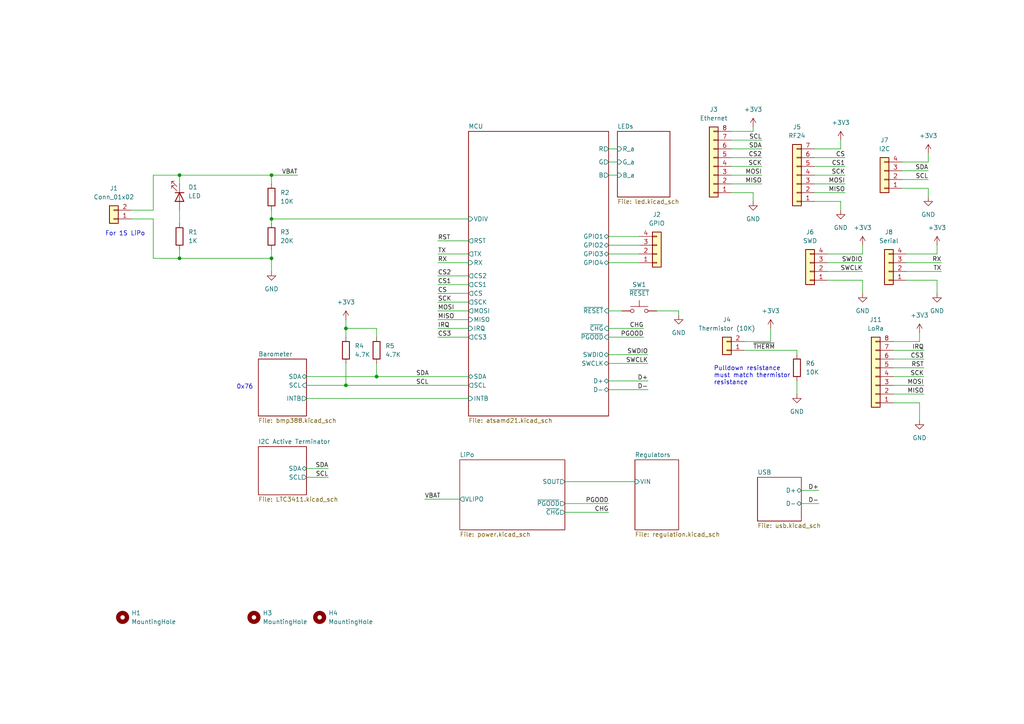
<source format=kicad_sch>
(kicad_sch (version 20211123) (generator eeschema)
  (paper "A4")
  (lib_symbols
    (symbol "Conn_01x02_1" (pin_names (offset 1.016) hide)
      (property "Reference" "J1" (at 0 -8.89 0))
      (property "Value" "Conn_01x02" (at 0 -6.35 0))
      (symbol "Conn_01x02_1_1_1"
        (rectangle (start -1.27 -2.413) (end 0 -2.667) (stroke (width 0.1524)))
        (rectangle (start -1.27 0.127) (end 0 -0.127) (stroke (width 0.1524)))
        (rectangle (start -1.27 1.27) (end 1.27 -3.81) (stroke (width 0.254)) (fill (type background)))
        (pin unspecified line (at -5.08 0 0) (length 3.81) (name "Pin_1") (number "1"))
        (pin unspecified line (at -5.08 -2.54 0) (length 3.81) (name "Pin_2") (number "2"))
      )
    )
    (symbol "Connector_Generic:Conn_01x02" (pin_names (offset 1.016) hide)
      (property "Reference" "J" (at 0 2.54 0))
      (property "Value" "Conn_01x02" (at 0 -5.08 0))
      (symbol "Conn_01x02_1_1"
        (rectangle (start -1.27 -2.413) (end 0 -2.667) (stroke (width 0.1524)))
        (rectangle (start -1.27 0.127) (end 0 -0.127) (stroke (width 0.1524)))
        (rectangle (start -1.27 1.27) (end 1.27 -3.81) (stroke (width 0.254)) (fill (type background)))
        (pin passive line (at -5.08 0 0) (length 3.81) (name "Pin_1") (number "1"))
        (pin passive line (at -5.08 -2.54 0) (length 3.81) (name "Pin_2") (number "2"))
      )
    )
    (symbol "Connector_Generic:Conn_01x04" (pin_names (offset 1.016) hide)
      (property "Reference" "J" (at 0 5.08 0))
      (property "Value" "Conn_01x04" (at 0 -7.62 0))
      (symbol "Conn_01x04_1_1"
        (rectangle (start -1.27 -4.953) (end 0 -5.207) (stroke (width 0.1524)))
        (rectangle (start -1.27 -2.413) (end 0 -2.667) (stroke (width 0.1524)))
        (rectangle (start -1.27 0.127) (end 0 -0.127) (stroke (width 0.1524)))
        (rectangle (start -1.27 2.667) (end 0 2.413) (stroke (width 0.1524)))
        (rectangle (start -1.27 3.81) (end 1.27 -6.35) (stroke (width 0.254)) (fill (type background)))
        (pin passive line (at -5.08 2.54 0) (length 3.81) (name "Pin_1") (number "1"))
        (pin passive line (at -5.08 0 0) (length 3.81) (name "Pin_2") (number "2"))
        (pin passive line (at -5.08 -2.54 0) (length 3.81) (name "Pin_3") (number "3"))
        (pin passive line (at -5.08 -5.08 0) (length 3.81) (name "Pin_4") (number "4"))
      )
    )
    (symbol "Connector_Generic:Conn_01x07" (pin_names (offset 1.016) hide)
      (property "Reference" "J" (at 0 10.16 0))
      (property "Value" "Conn_01x07" (at 0 -10.16 0))
      (symbol "Conn_01x07_1_1"
        (rectangle (start -1.27 -7.493) (end 0 -7.747) (stroke (width 0.1524)))
        (rectangle (start -1.27 -4.953) (end 0 -5.207) (stroke (width 0.1524)))
        (rectangle (start -1.27 -2.413) (end 0 -2.667) (stroke (width 0.1524)))
        (rectangle (start -1.27 0.127) (end 0 -0.127) (stroke (width 0.1524)))
        (rectangle (start -1.27 2.667) (end 0 2.413) (stroke (width 0.1524)))
        (rectangle (start -1.27 5.207) (end 0 4.953) (stroke (width 0.1524)))
        (rectangle (start -1.27 7.747) (end 0 7.493) (stroke (width 0.1524)))
        (rectangle (start -1.27 8.89) (end 1.27 -8.89) (stroke (width 0.254)) (fill (type background)))
        (pin passive line (at -5.08 7.62 0) (length 3.81) (name "Pin_1") (number "1"))
        (pin passive line (at -5.08 5.08 0) (length 3.81) (name "Pin_2") (number "2"))
        (pin passive line (at -5.08 2.54 0) (length 3.81) (name "Pin_3") (number "3"))
        (pin passive line (at -5.08 0 0) (length 3.81) (name "Pin_4") (number "4"))
        (pin passive line (at -5.08 -2.54 0) (length 3.81) (name "Pin_5") (number "5"))
        (pin passive line (at -5.08 -5.08 0) (length 3.81) (name "Pin_6") (number "6"))
        (pin passive line (at -5.08 -7.62 0) (length 3.81) (name "Pin_7") (number "7"))
      )
    )
    (symbol "Connector_Generic:Conn_01x08" (pin_names (offset 1.016) hide)
      (property "Reference" "J" (at 0 10.16 0))
      (property "Value" "Conn_01x08" (at 0 -12.7 0))
      (symbol "Conn_01x08_1_1"
        (rectangle (start -1.27 -10.033) (end 0 -10.287) (stroke (width 0.1524)))
        (rectangle (start -1.27 -7.493) (end 0 -7.747) (stroke (width 0.1524)))
        (rectangle (start -1.27 -4.953) (end 0 -5.207) (stroke (width 0.1524)))
        (rectangle (start -1.27 -2.413) (end 0 -2.667) (stroke (width 0.1524)))
        (rectangle (start -1.27 0.127) (end 0 -0.127) (stroke (width 0.1524)))
        (rectangle (start -1.27 2.667) (end 0 2.413) (stroke (width 0.1524)))
        (rectangle (start -1.27 5.207) (end 0 4.953) (stroke (width 0.1524)))
        (rectangle (start -1.27 7.747) (end 0 7.493) (stroke (width 0.1524)))
        (rectangle (start -1.27 8.89) (end 1.27 -11.43) (stroke (width 0.254)) (fill (type background)))
        (pin passive line (at -5.08 7.62 0) (length 3.81) (name "Pin_1") (number "1"))
        (pin passive line (at -5.08 5.08 0) (length 3.81) (name "Pin_2") (number "2"))
        (pin passive line (at -5.08 2.54 0) (length 3.81) (name "Pin_3") (number "3"))
        (pin passive line (at -5.08 0 0) (length 3.81) (name "Pin_4") (number "4"))
        (pin passive line (at -5.08 -2.54 0) (length 3.81) (name "Pin_5") (number "5"))
        (pin passive line (at -5.08 -5.08 0) (length 3.81) (name "Pin_6") (number "6"))
        (pin passive line (at -5.08 -7.62 0) (length 3.81) (name "Pin_7") (number "7"))
        (pin passive line (at -5.08 -10.16 0) (length 3.81) (name "Pin_8") (number "8"))
      )
    )
    (symbol "Device:LED" (pin_numbers hide) (pin_names (offset 1.016) hide)
      (property "Reference" "D" (at 0 2.54 0))
      (property "Value" "LED" (at 0 -2.54 0))
      (symbol "LED_0_1"
        (polyline (pts (xy -1.27 -1.27) (xy -1.27 1.27)) (stroke (width 0.254)))
        (polyline (pts (xy -1.27 0) (xy 1.27 0)))
        (polyline (pts (xy 1.27 -1.27) (xy 1.27 1.27) (xy -1.27 0) (xy 1.27 -1.27)) (stroke (width 0.254)))
        (polyline (pts (xy -3.048 -0.762) (xy -4.572 -2.286) (xy -3.81 -2.286) (xy -4.572 -2.286) (xy -4.572 -1.524)))
        (polyline (pts (xy -1.778 -0.762) (xy -3.302 -2.286) (xy -2.54 -2.286) (xy -3.302 -2.286) (xy -3.302 -1.524)))
      )
      (symbol "LED_1_1"
        (pin passive line (at -3.81 0 0) (length 2.54) (name "K") (number "1"))
        (pin passive line (at 3.81 0 180) (length 2.54) (name "A") (number "2"))
      )
    )
    (symbol "Device:R" (pin_numbers hide) (pin_names (offset 0))
      (property "Reference" "R" (at 2.032 0 90))
      (property "Value" "R" (at 0 0 90))
      (symbol "R_0_1"
        (rectangle (start -1.016 -2.54) (end 1.016 2.54) (stroke (width 0.254)))
      )
      (symbol "R_1_1"
        (pin passive line (at 0 3.81 270) (length 1.27) (name "~") (number "1"))
        (pin passive line (at 0 -3.81 90) (length 1.27) (name "~") (number "2"))
      )
    )
    (symbol "Mechanical:MountingHole" (pin_names (offset 1.016))
      (property "Reference" "H" (at 0 5.08 0))
      (property "Value" "MountingHole" (at 0 3.175 0))
      (symbol "MountingHole_0_1"
        (circle (center 0 0) (radius 1.27) (stroke (width 1.27)))
      )
    )
    (symbol "Switch:SW_Push" (pin_numbers hide) (pin_names (offset 1.016) hide)
      (property "Reference" "SW1" (at 0 7.62 0))
      (property "Value" "~{RESET}" (at 0 5.08 0))
      (symbol "SW_Push_0_1"
        (circle (center -2.032 0) (radius 0.508))
        (polyline (pts (xy 0 1.27) (xy 0 3.048)))
        (polyline (pts (xy 2.54 1.27) (xy -2.54 1.27)))
        (circle (center 2.032 0) (radius 0.508))
        (pin passive line (at -5.08 0 0) (length 2.54) (name "1") (number "1"))
        (pin passive line (at 5.08 0 180) (length 2.54) (name "3") (number "3"))
        (pin passive line (at 5.08 0 180) (length 2.54) (name "4") (number "4"))
      )
      (symbol "SW_Push_1_1"
        (pin passive line (at -5.08 0 0) (length 2.54) (name "2") (number "2"))
      )
    )
    (symbol "power:+3.3V" (power) (pin_names (offset 0))
      (property "Value" "+3.3V" (at 0 3.556 0))
      (symbol "+3.3V_0_1"
        (polyline (pts (xy -0.762 1.27) (xy 0 2.54)))
        (polyline (pts (xy 0 0) (xy 0 2.54)))
        (polyline (pts (xy 0 2.54) (xy 0.762 1.27)))
      )
      (symbol "+3.3V_1_1"
        (pin power_in line (at 0 0 90) (length 0) hide (name "+3V3") (number "1"))
      )
    )
    (symbol "power:GND" (power) (pin_names (offset 0))
      (property "Value" "GND" (at 0 -3.81 0))
      (symbol "GND_0_1"
        (polyline (pts (xy 0 0) (xy 0 -1.27) (xy 1.27 -1.27) (xy 0 -2.54) (xy -1.27 -1.27) (xy 0 -1.27)))
      )
      (symbol "GND_1_1"
        (pin power_in line (at 0 0 270) (length 0) hide (name "GND") (number "1"))
      )
    )
  )
  (junction (at 100.33 95.25))
  (junction (at 78.74 63.5))
  (junction (at 109.22 109.22))
  (junction (at 52.07 74.93))
  (junction (at 100.33 111.76))
  (junction (at 78.74 50.8))
  (junction (at 78.74 74.93))
  (junction (at 52.07 50.8))
  (wire (pts (xy 176.53 110.49) (xy 187.96 110.49)))
  (wire (pts (xy 176.53 73.66) (xy 185.42 73.66)))
  (wire (pts (xy 88.9 135.89) (xy 95.25 135.89)))
  (wire (pts (xy 127 80.01) (xy 135.89 80.01)))
  (wire (pts (xy 190.5 90.17) (xy 196.85 90.17)))
  (wire (pts (xy 88.9 109.22) (xy 109.22 109.22)))
  (wire (pts (xy 52.07 60.96) (xy 52.07 64.77)))
  (wire (pts (xy 231.14 110.49) (xy 231.14 114.3)))
  (wire (pts (xy 269.24 46.99) (xy 261.62 46.99)))
  (wire (pts (xy 100.33 92.71) (xy 100.33 95.25)))
  (wire (pts (xy 176.53 97.79) (xy 186.69 97.79)))
  (wire (pts (xy 266.7 116.84) (xy 259.08 116.84)))
  (wire (pts (xy 250.19 71.12) (xy 250.19 73.66)))
  (wire (pts (xy 109.22 105.41) (xy 109.22 109.22)))
  (wire (pts (xy 127 92.71) (xy 135.89 92.71)))
  (wire (pts (xy 127 90.17) (xy 135.89 90.17)))
  (wire (pts (xy 212.09 45.72) (xy 220.98 45.72)))
  (wire (pts (xy 243.84 60.96) (xy 243.84 58.42)))
  (wire (pts (xy 261.62 52.07) (xy 269.24 52.07)))
  (wire (pts (xy 78.74 50.8) (xy 78.74 53.34)))
  (wire (pts (xy 259.08 109.22) (xy 267.97 109.22)))
  (wire (pts (xy 127 85.09) (xy 135.89 85.09)))
  (wire (pts (xy 52.07 72.39) (xy 52.07 74.93)))
  (wire (pts (xy 78.74 63.5) (xy 135.89 63.5)))
  (wire (pts (xy 236.22 55.88) (xy 245.11 55.88)))
  (wire (pts (xy 176.53 113.03) (xy 187.96 113.03)))
  (wire (pts (xy 212.09 53.34) (xy 220.98 53.34)))
  (wire (pts (xy 109.22 97.79) (xy 109.22 95.25)))
  (wire (pts (xy 176.53 95.25) (xy 186.69 95.25)))
  (wire (pts (xy 259.08 111.76) (xy 267.97 111.76)))
  (wire (pts (xy 223.52 95.25) (xy 223.52 99.06)))
  (wire (pts (xy 259.08 106.68) (xy 267.97 106.68)))
  (wire (pts (xy 243.84 43.18) (xy 236.22 43.18)))
  (wire (pts (xy 127 69.85) (xy 135.89 69.85)))
  (wire (pts (xy 262.89 76.2) (xy 273.05 76.2)))
  (wire (pts (xy 88.9 115.57) (xy 135.89 115.57)))
  (wire (pts (xy 266.7 96.52) (xy 266.7 99.06)))
  (wire (pts (xy 78.74 63.5) (xy 78.74 64.77)))
  (wire (pts (xy 38.1 63.5) (xy 44.45 63.5)))
  (wire (pts (xy 100.33 111.76) (xy 135.89 111.76)))
  (wire (pts (xy 271.78 85.09) (xy 271.78 81.28)))
  (wire (pts (xy 176.53 76.2) (xy 185.42 76.2)))
  (wire (pts (xy 212.09 50.8) (xy 220.98 50.8)))
  (wire (pts (xy 127 87.63) (xy 135.89 87.63)))
  (wire (pts (xy 127 97.79) (xy 135.89 97.79)))
  (wire (pts (xy 215.9 101.6) (xy 231.14 101.6)))
  (wire (pts (xy 127 82.55) (xy 135.89 82.55)))
  (wire (pts (xy 243.84 40.64) (xy 243.84 43.18)))
  (wire (pts (xy 88.9 138.43) (xy 95.25 138.43)))
  (wire (pts (xy 262.89 78.74) (xy 273.05 78.74)))
  (wire (pts (xy 236.22 48.26) (xy 245.11 48.26)))
  (wire (pts (xy 236.22 50.8) (xy 245.11 50.8)))
  (wire (pts (xy 176.53 46.99) (xy 179.07 46.99)))
  (wire (pts (xy 212.09 48.26) (xy 220.98 48.26)))
  (wire (pts (xy 259.08 114.3) (xy 267.97 114.3)))
  (wire (pts (xy 243.84 58.42) (xy 236.22 58.42)))
  (wire (pts (xy 163.83 139.7) (xy 184.15 139.7)))
  (wire (pts (xy 176.53 105.41) (xy 187.96 105.41)))
  (wire (pts (xy 218.44 55.88) (xy 212.09 55.88)))
  (wire (pts (xy 176.53 50.8) (xy 179.07 50.8)))
  (wire (pts (xy 127 76.2) (xy 135.89 76.2)))
  (wire (pts (xy 269.24 44.45) (xy 269.24 46.99)))
  (wire (pts (xy 100.33 105.41) (xy 100.33 111.76)))
  (wire (pts (xy 271.78 81.28) (xy 262.89 81.28)))
  (wire (pts (xy 100.33 95.25) (xy 109.22 95.25)))
  (wire (pts (xy 240.03 81.28) (xy 250.19 81.28)))
  (wire (pts (xy 269.24 57.15) (xy 269.24 54.61)))
  (wire (pts (xy 78.74 72.39) (xy 78.74 74.93)))
  (wire (pts (xy 223.52 99.06) (xy 215.9 99.06)))
  (wire (pts (xy 271.78 71.12) (xy 271.78 73.66)))
  (wire (pts (xy 44.45 74.93) (xy 52.07 74.93)))
  (wire (pts (xy 212.09 40.64) (xy 220.98 40.64)))
  (wire (pts (xy 236.22 53.34) (xy 245.11 53.34)))
  (wire (pts (xy 100.33 95.25) (xy 100.33 97.79)))
  (wire (pts (xy 231.14 102.87) (xy 231.14 101.6)))
  (wire (pts (xy 250.19 81.28) (xy 250.19 85.09)))
  (wire (pts (xy 78.74 50.8) (xy 86.36 50.8)))
  (wire (pts (xy 44.45 50.8) (xy 52.07 50.8)))
  (wire (pts (xy 250.19 73.66) (xy 240.03 73.66)))
  (wire (pts (xy 240.03 76.2) (xy 250.19 76.2)))
  (wire (pts (xy 176.53 68.58) (xy 185.42 68.58)))
  (wire (pts (xy 236.22 45.72) (xy 245.11 45.72)))
  (wire (pts (xy 176.53 102.87) (xy 187.96 102.87)))
  (wire (pts (xy 266.7 99.06) (xy 259.08 99.06)))
  (wire (pts (xy 127 73.66) (xy 135.89 73.66)))
  (wire (pts (xy 163.83 146.05) (xy 176.53 146.05)))
  (wire (pts (xy 232.41 142.24) (xy 237.49 142.24)))
  (wire (pts (xy 232.41 146.05) (xy 237.49 146.05)))
  (wire (pts (xy 38.1 60.96) (xy 44.45 60.96)))
  (wire (pts (xy 44.45 63.5) (xy 44.45 74.93)))
  (wire (pts (xy 176.53 71.12) (xy 185.42 71.12)))
  (wire (pts (xy 78.74 74.93) (xy 78.74 78.74)))
  (wire (pts (xy 88.9 111.76) (xy 100.33 111.76)))
  (wire (pts (xy 163.83 148.59) (xy 176.53 148.59)))
  (wire (pts (xy 52.07 50.8) (xy 52.07 53.34)))
  (wire (pts (xy 212.09 43.18) (xy 220.98 43.18)))
  (wire (pts (xy 78.74 60.96) (xy 78.74 63.5)))
  (wire (pts (xy 259.08 101.6) (xy 267.97 101.6)))
  (wire (pts (xy 266.7 116.84) (xy 266.7 121.92)))
  (wire (pts (xy 259.08 104.14) (xy 267.97 104.14)))
  (wire (pts (xy 109.22 109.22) (xy 135.89 109.22)))
  (wire (pts (xy 240.03 78.74) (xy 250.19 78.74)))
  (wire (pts (xy 218.44 38.1) (xy 212.09 38.1)))
  (wire (pts (xy 123.19 144.78) (xy 133.35 144.78)))
  (wire (pts (xy 52.07 74.93) (xy 78.74 74.93)))
  (wire (pts (xy 271.78 73.66) (xy 262.89 73.66)))
  (wire (pts (xy 218.44 36.83) (xy 218.44 38.1)))
  (wire (pts (xy 44.45 60.96) (xy 44.45 50.8)))
  (wire (pts (xy 127 95.25) (xy 135.89 95.25)))
  (wire (pts (xy 261.62 49.53) (xy 269.24 49.53)))
  (wire (pts (xy 52.07 50.8) (xy 78.74 50.8)))
  (wire (pts (xy 196.85 91.44) (xy 196.85 90.17)))
  (wire (pts (xy 176.53 43.18) (xy 179.07 43.18)))
  (wire (pts (xy 269.24 54.61) (xy 261.62 54.61)))
  (wire (pts (xy 176.53 90.17) (xy 180.34 90.17)))
  (wire (pts (xy 218.44 58.42) (xy 218.44 55.88)))
  (text "For 1S LiPo" (at 30.48 68.58 0) (effects (font (size 1.27 1.27)) (justify left bottom)))
  (text "Pulldown resistance\nmust match thermistor\nresistance" (at 207.01 111.76 0) (effects (font (size 1.27 1.27)) (justify left bottom)))
  (text "0x76" (at 68.58 113.03 0) (effects (font (size 1.27 1.27)) (justify left bottom)))
  (label "CS" (at 245.11 45.72 180))
  (label "SCL" (at 120.65 111.76 0))
  (label "MOSI" (at 127 90.17 0))
  (label "D+" (at 237.49 142.24 180))
  (label "PGOOD" (at 176.53 146.05 180))
  (label "MOSI" (at 267.97 111.76 180))
  (label "CS3" (at 267.97 104.14 180))
  (label "VBAT" (at 86.36 50.8 180))
  (label "D+" (at 187.96 110.49 180))
  (label "CS" (at 127 85.09 0))
  (label "SCL" (at 220.98 40.64 180))
  (label "MOSI" (at 245.11 53.34 180))
  (label "MOSI" (at 220.98 50.8 180))
  (label "CHG" (at 176.53 148.59 180))
  (label "SCL" (at 269.24 52.07 180))
  (label "SDA" (at 269.24 49.53 180))
  (label "SDA" (at 95.25 135.89 180))
  (label "D-" (at 237.49 146.05 180))
  (label "VBAT" (at 123.19 144.78 0))
  (label "SCK" (at 267.97 109.22 180))
  (label "SWDIO" (at 187.96 102.87 180))
  (label "CS2" (at 220.98 45.72 180))
  (label "MISO" (at 267.97 114.3 180))
  (label "~{THERM}" (at 224.79 101.6 180))
  (label "SDA" (at 120.65 109.22 0))
  (label "RX" (at 273.05 76.2 180))
  (label "SWDIO" (at 250.19 76.2 180))
  (label "CS1" (at 127 82.55 0))
  (label "IRQ" (at 267.97 101.6 180))
  (label "SDA" (at 220.98 43.18 180))
  (label "MISO" (at 127 92.71 0))
  (label "CS1" (at 245.11 48.26 180))
  (label "RST" (at 267.97 106.68 180))
  (label "SCL" (at 95.25 138.43 180))
  (label "SCK" (at 245.11 50.8 180))
  (label "TX" (at 273.05 78.74 180))
  (label "PGOOD" (at 186.69 97.79 180))
  (label "SCK" (at 220.98 48.26 180))
  (label "SCK" (at 127 87.63 0))
  (label "CS3" (at 127 97.79 0))
  (label "CS2" (at 127 80.01 0))
  (label "CHG" (at 186.69 95.25 180))
  (label "SWCLK" (at 187.96 105.41 180))
  (label "RX" (at 127 76.2 0))
  (label "MISO" (at 220.98 53.34 180))
  (label "SWCLK" (at 250.19 78.74 180))
  (label "IRQ" (at 127 95.25 0))
  (label "RST" (at 127 69.85 0))
  (label "TX" (at 127 73.66 0))
  (label "D-" (at 187.96 113.03 180))
  (label "MISO" (at 245.11 55.88 180))
  (symbol (lib_id "Device:R") (at 78.74 68.58 0) (unit 1)
    (property "Reference" "R3" (at 81.28 67.3099 0) (effects (justify left)))
    (property "Value" "20K" (at 81.28 69.8499 0) (effects (justify left)))
    (property "Footprint" "Resistor_SMD:R_0603_1608Metric" (effects hide))
  )
  (symbol (lib_id "Connector_Generic:Conn_01x08") (at 254 109.22 180) (unit 1)
    (property "Reference" "J11" (at 254 92.71 0))
    (property "Value" "LoRa" (at 254 95.25 0))
    (property "Footprint" "Connector_PinSocket_2.54mm:PinSocket_1x08_P2.54mm_Vertical" (effects hide))
  )
  (symbol (lib_id "Mechanical:MountingHole") (at 73.66 179.07 0) (unit 1)
    (property "Reference" "H3" (at 76.2 177.7999 0) (effects (justify left)))
    (property "Value" "MountingHole" (at 76.2 180.3399 0) (effects (justify left)))
    (property "Footprint" "MountingHole:MountingHole_2mm" (effects hide))
  )
  (symbol (lib_id "power:+3.3V") (at 271.78 71.12 0) (unit 1)
    (property "Reference" "#PWR0108" (effects hide))
    (property "Value" "+3.3V" (at 271.78 66.04 0))
  )
  (symbol (lib_id "Connector_Generic:Conn_01x08") (at 207.01 48.26 180) (unit 1)
    (property "Reference" "J3" (at 207.01 31.75 0))
    (property "Value" "Ethernet" (at 207.01 34.29 0))
    (property "Footprint" "Connector_PinSocket_2.54mm:PinSocket_1x08_P2.54mm_Vertical" (effects hide))
  )
  (symbol (lib_id "power:GND") (at 250.19 85.09 0) (unit 1)
    (property "Reference" "#PWR0110" (effects hide))
    (property "Value" "GND" (at 250.19 90.17 0))
  )
  (symbol (lib_id "power:GND") (at 266.7 121.92 0) (unit 1)
    (property "Reference" "#PWR0135" (effects hide))
    (property "Value" "GND" (at 266.7 127 0))
  )
  (symbol (lib_id "power:+3.3V") (at 100.33 92.71 0) (unit 1)
    (property "Reference" "#PWR0102" (effects hide))
    (property "Value" "+3.3V" (at 100.33 87.63 0))
  )
  (symbol (lib_id "Connector_Generic:Conn_01x07") (at 231.14 50.8 180) (unit 1)
    (property "Reference" "J5" (at 231.14 36.83 0))
    (property "Value" "RF24" (at 231.14 39.37 0))
    (property "Footprint" "Connector_PinSocket_2.54mm:PinSocket_1x07_P2.54mm_Vertical" (effects hide))
  )
  (symbol (lib_id "power:GND") (at 269.24 57.15 0) (unit 1)
    (property "Reference" "#PWR0107" (effects hide))
    (property "Value" "GND" (at 269.24 62.23 0))
  )
  (symbol (lib_id "power:GND") (at 78.74 78.74 0) (unit 1)
    (property "Reference" "#PWR0101" (effects hide))
    (property "Value" "GND" (at 78.74 83.82 0))
  )
  (symbol (lib_id "Device:R") (at 52.07 68.58 0) (unit 1)
    (property "Reference" "R1" (at 54.61 67.3099 0) (effects (justify left)))
    (property "Value" "1K" (at 54.61 69.8499 0) (effects (justify left)))
    (property "Footprint" "Resistor_SMD:R_0603_1608Metric" (effects hide))
  )
  (symbol (lib_id "power:+3.3V") (at 266.7 96.52 0) (unit 1)
    (property "Reference" "#PWR0136" (effects hide))
    (property "Value" "+3.3V" (at 266.7 91.44 0))
  )
  (symbol (lib_id "Connector_Generic:Conn_01x04") (at 256.54 52.07 180) (unit 1)
    (property "Reference" "J7" (at 256.54 40.64 0))
    (property "Value" "I2C" (at 256.54 43.18 0))
    (property "Footprint" "Connector_PinSocket_2.54mm:PinSocket_1x04_P2.54mm_Vertical" (effects hide))
  )
  (symbol (lib_id "Device:R") (at 109.22 101.6 0) (unit 1)
    (property "Reference" "R5" (at 111.76 100.3299 0) (effects (justify left)))
    (property "Value" "4.7K" (at 111.76 102.8699 0) (effects (justify left)))
    (property "Footprint" "Resistor_SMD:R_0603_1608Metric" (effects hide))
  )
  (symbol (lib_id "Device:LED") (at 52.07 57.15 270) (unit 1)
    (property "Reference" "D1" (at 54.61 54.2924 90) (effects (justify left)))
    (property "Value" "LED" (at 54.61 56.8324 90) (effects (justify left)))
    (property "Footprint" "LED_SMD:LED_0603_1608Metric" (effects hide))
  )
  (symbol (lib_id "Connector_Generic:Conn_01x04") (at 257.81 78.74 180) (unit 1)
    (property "Reference" "J8" (at 257.81 67.31 0))
    (property "Value" "Serial" (at 257.81 69.85 0))
    (property "Footprint" "Connector_PinSocket_2.54mm:PinSocket_1x04_P2.54mm_Vertical" (effects hide))
  )
  (symbol (lib_name "Conn_01x02_1") (lib_id "Connector_Generic:Conn_01x02") (at 33.02 63.5 180) (unit 1)
    (property "Reference" "J1" (at 33.02 54.61 0))
    (property "Value" "Conn_01x02" (at 33.02 57.15 0))
    (property "Footprint" "Connector_JST:JST_EH_B2B-EH-A_1x02_P2.50mm_Vertical" (effects hide))
  )
  (symbol (lib_id "power:GND") (at 271.78 85.09 0) (unit 1)
    (property "Reference" "#PWR0109" (effects hide))
    (property "Value" "GND" (at 271.78 90.17 0))
  )
  (symbol (lib_id "power:+3.3V") (at 218.44 36.83 0) (unit 1)
    (property "Reference" "#PWR0114" (effects hide))
    (property "Value" "+3.3V" (at 218.44 31.75 0))
  )
  (symbol (lib_id "power:+3.3V") (at 243.84 40.64 0) (unit 1)
    (property "Reference" "#PWR0113" (effects hide))
    (property "Value" "+3.3V" (at 243.84 35.56 0))
  )
  (symbol (lib_id "power:GND") (at 218.44 58.42 0) (unit 1)
    (property "Reference" "#PWR0115" (effects hide))
    (property "Value" "GND" (at 218.44 63.5 0))
  )
  (symbol (lib_id "Mechanical:MountingHole") (at 92.71 179.07 0) (unit 1)
    (property "Reference" "H4" (at 95.25 177.7999 0) (effects (justify left)))
    (property "Value" "MountingHole" (at 95.25 180.3399 0) (effects (justify left)))
    (property "Footprint" "MountingHole:MountingHole_2mm" (effects hide))
  )
  (symbol (lib_id "power:+3.3V") (at 269.24 44.45 0) (unit 1)
    (property "Reference" "#PWR0106" (effects hide))
    (property "Value" "+3.3V" (at 269.24 39.37 0))
  )
  (symbol (lib_id "Connector_Generic:Conn_01x04") (at 234.95 78.74 180) (unit 1)
    (property "Reference" "J6" (at 234.95 67.31 0))
    (property "Value" "SWD" (at 234.95 69.85 0))
    (property "Footprint" "Connector_PinSocket_2.54mm:PinSocket_1x04_P2.54mm_Vertical" (effects hide))
  )
  (symbol (lib_id "power:+3.3V") (at 250.19 71.12 0) (unit 1)
    (property "Reference" "#PWR0112" (effects hide))
    (property "Value" "+3.3V" (at 250.19 66.04 0))
  )
  (symbol (lib_id "power:GND") (at 231.14 114.3 0) (unit 1)
    (property "Reference" "#PWR0103" (effects hide))
    (property "Value" "GND" (at 231.14 119.38 0))
  )
  (symbol (lib_id "Connector_Generic:Conn_01x04") (at 190.5 73.66 0) (mirror x) (unit 1)
    (property "Reference" "J2" (at 190.5 62.23 0))
    (property "Value" "GPIO" (at 190.5 64.77 0))
    (property "Footprint" "Connector_PinSocket_2.54mm:PinSocket_1x04_P2.54mm_Vertical" (effects hide))
  )
  (symbol (lib_id "Device:R") (at 231.14 106.68 0) (unit 1)
    (property "Reference" "R6" (at 233.68 105.4099 0) (effects (justify left)))
    (property "Value" "10K" (at 233.68 107.9499 0) (effects (justify left)))
    (property "Footprint" "Resistor_SMD:R_0603_1608Metric" (effects hide))
  )
  (symbol (lib_id "Mechanical:MountingHole") (at 35.56 179.07 0) (unit 1)
    (property "Reference" "H1" (at 38.1 177.7999 0) (effects (justify left)))
    (property "Value" "MountingHole" (at 38.1 180.3399 0) (effects (justify left)))
    (property "Footprint" "MountingHole:MountingHole_2mm" (effects hide))
  )
  (symbol (lib_id "power:+3.3V") (at 223.52 95.25 0) (unit 1)
    (property "Reference" "#PWR0105" (effects hide))
    (property "Value" "+3.3V" (at 223.52 90.17 0))
  )
  (symbol (lib_id "power:GND") (at 243.84 60.96 0) (unit 1)
    (property "Reference" "#PWR0111" (effects hide))
    (property "Value" "GND" (at 243.84 66.04 0))
  )
  (symbol (lib_id "power:GND") (at 196.85 91.44 0) (unit 1)
    (property "Reference" "#PWR0104" (effects hide))
    (property "Value" "GND" (at 196.85 96.52 0))
  )
  (symbol (lib_id "Device:R") (at 100.33 101.6 180) (unit 1)
    (property "Reference" "R4" (at 102.87 100.3299 0) (effects (justify right)))
    (property "Value" "4.7K" (at 102.87 102.8699 0) (effects (justify right)))
    (property "Footprint" "Resistor_SMD:R_0603_1608Metric" (effects hide))
  )
  (symbol (lib_id "Switch:SW_Push") (at 185.42 90.17 0) (unit 1)
    (property "Reference" "SW1" (at 185.42 82.55 0))
    (property "Value" "~{RESET}" (at 185.42 85.09 0))
    (property "Footprint" "Button_Switch_SMD:PTS810SJG250SMTRLFS" (effects hide))
  )
  (symbol (lib_id "Connector_Generic:Conn_01x02") (at 210.82 101.6 180) (unit 1)
    (property "Reference" "J4" (at 210.82 92.71 0))
    (property "Value" "Thermistor (10K)" (at 210.82 95.25 0))
    (property "Footprint" "Connector_PinHeader_2.54mm:PinHeader_1x02_P2.54mm_Vertical" (effects hide))
  )
  (symbol (lib_id "Device:R") (at 78.74 57.15 0) (unit 1)
    (property "Reference" "R2" (at 81.28 55.8799 0) (effects (justify left)))
    (property "Value" "10K" (at 81.28 58.4199 0) (effects (justify left)))
    (property "Footprint" "Resistor_SMD:R_0603_1608Metric" (effects hide))
  )
  (sheet (at 135.89 38.1) (size 40.64 82.55) (stroke (width 0.1524))
    (property "Sheet name" "MCU" (at 135.89 37.3884 0) (effects (justify left bottom)))
    (property "Sheet file" "atsamd21.kicad_sch" (at 135.89 121.2346 0) (effects (justify left top)))
    (pin "~{RESET}" input (at 176.53 90.17 0))
    (pin "D-" bidirectional (at 176.53 113.03 0))
    (pin "SDA" bidirectional (at 135.89 109.22 180))
    (pin "SCL" output (at 135.89 111.76 180))
    (pin "SCK" output (at 135.89 87.63 180))
    (pin "MOSI" output (at 135.89 90.17 180))
    (pin "MISO" input (at 135.89 92.71 180))
    (pin "D+" bidirectional (at 176.53 110.49 0))
    (pin "SWCLK" bidirectional (at 176.53 105.41 0))
    (pin "SWDIO" bidirectional (at 176.53 102.87 0))
    (pin "INTB" input (at 135.89 115.57 180))
    (pin "~{PGOOD}" input (at 176.53 97.79 0))
    (pin "~{CHG}" input (at 176.53 95.25 0))
    (pin "VDIV" input (at 135.89 63.5 180))
    (pin "R" output (at 176.53 43.18 0))
    (pin "G" output (at 176.53 46.99 0))
    (pin "B" output (at 176.53 50.8 0))
    (pin "CS" output (at 135.89 85.09 180))
    (pin "RX" input (at 135.89 76.2 180))
    (pin "TX" output (at 135.89 73.66 180))
    (pin "CS1" output (at 135.89 82.55 180))
    (pin "CS2" output (at 135.89 80.01 180))
    (pin "GPIO1" bidirectional (at 176.53 68.58 0))
    (pin "GPIO2" bidirectional (at 176.53 71.12 0))
    (pin "GPIO3" bidirectional (at 176.53 73.66 0))
    (pin "GPIO4" bidirectional (at 176.53 76.2 0))
    (pin "IRQ" input (at 135.89 95.25 180))
    (pin "CS3" output (at 135.89 97.79 180))
    (pin "RST" output (at 135.89 69.85 180))
  )
  (sheet (at 74.93 129.54) (size 13.97 13.97) (stroke (width 0.1524))
    (property "Sheet name" "I2C Active Terminator" (at 74.93 128.8284 0) (effects (justify left bottom)))
    (property "Sheet file" "LTC3411.kicad_sch" (at 74.93 144.0946 0) (effects (justify left top)))
    (pin "SDA" bidirectional (at 88.9 135.89 0))
    (pin "SCL" output (at 88.9 138.43 0))
  )
  (sheet (at 184.15 133.35) (size 12.7 20.32) (stroke (width 0.1524))
    (property "Sheet name" "Regulators" (at 184.15 132.6384 0) (effects (justify left bottom)))
    (property "Sheet file" "regulation.kicad_sch" (at 184.15 154.2546 0) (effects (justify left top)))
    (pin "VIN" input (at 184.15 139.7 180))
  )
  (sheet (at 179.07 38.1) (size 15.24 19.05) (stroke (width 0.1524))
    (property "Sheet name" "LEDs" (at 179.07 37.3884 0) (effects (justify left bottom)))
    (property "Sheet file" "led.kicad_sch" (at 179.07 57.7346 0) (effects (justify left top)))
    (pin "G_a" input (at 179.07 46.99 180))
    (pin "R_a" input (at 179.07 43.18 180))
    (pin "B_a" input (at 179.07 50.8 180))
  )
  (sheet (at 74.93 104.14) (size 13.97 16.51) (stroke (width 0.1524))
    (property "Sheet name" "Barometer" (at 74.93 103.4284 0) (effects (justify left bottom)))
    (property "Sheet file" "bmp388.kicad_sch" (at 74.93 121.2346 0) (effects (justify left top)))
    (pin "SDA" bidirectional (at 88.9 109.22 0))
    (pin "SCL" input (at 88.9 111.76 0))
    (pin "INTB" output (at 88.9 115.57 0))
  )
  (sheet (at 219.71 138.43) (size 12.7 12.7) (stroke (width 0.1524))
    (property "Sheet name" "USB" (at 219.71 137.7184 0) (effects (justify left bottom)))
    (property "Sheet file" "usb.kicad_sch" (at 219.71 151.7146 0) (effects (justify left top)))
    (pin "D+" bidirectional (at 232.41 142.24 0))
    (pin "D-" bidirectional (at 232.41 146.05 0))
  )
  (sheet (at 133.35 133.35) (size 30.48 20.32) (stroke (width 0.1524))
    (property "Sheet name" "LiPo" (at 133.35 132.6384 0) (effects (justify left bottom)))
    (property "Sheet file" "power.kicad_sch" (at 133.35 154.2546 0) (effects (justify left top)))
    (pin "VLIPO" output (at 133.35 144.78 180))
    (pin "SOUT" output (at 163.83 139.7 0))
    (pin "~{PGOOD}" output (at 163.83 146.05 0))
    (pin "~{CHG}" output (at 163.83 148.59 0))
  )
)
</source>
